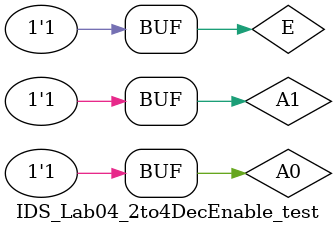
<source format=v>
`timescale 1ns / 1ps


module IDS_Lab04_2to4DecEnable_test;

	// Inputs
	reg A0;
	reg A1;
	reg E;

	// Outputs
	wire D0;
	wire D1;
	wire D2;
	wire D3;

	// Instantiate the Unit Under Test (UUT)
	IDS_Lab04_2to4DecEnable uut (
		.A0(A0), 
		.A1(A1), 
		.E(E), 
		.D0(D0), 
		.D1(D1), 
		.D2(D2), 
		.D3(D3)
	);

	initial begin
		// Initialize Inputs
		A0 = 0; A1 = 0; E = 0;	#100;
		A0 = 0; A1 = 0; E = 1;	#100;
		A0 = 0; A1 = 1; E = 0;	#100;
		A0 = 0; A1 = 1; E = 1;	#100;
		A0 = 1; A1 = 0; E = 0;	#100;
		A0 = 1; A1 = 0; E = 1;	#100;
		A0 = 1; A1 = 1; E = 0;	#100;
		A0 = 1; A1 = 1; E = 1;	#100;
        
		// Add stimulus here

	end
      
endmodule


</source>
